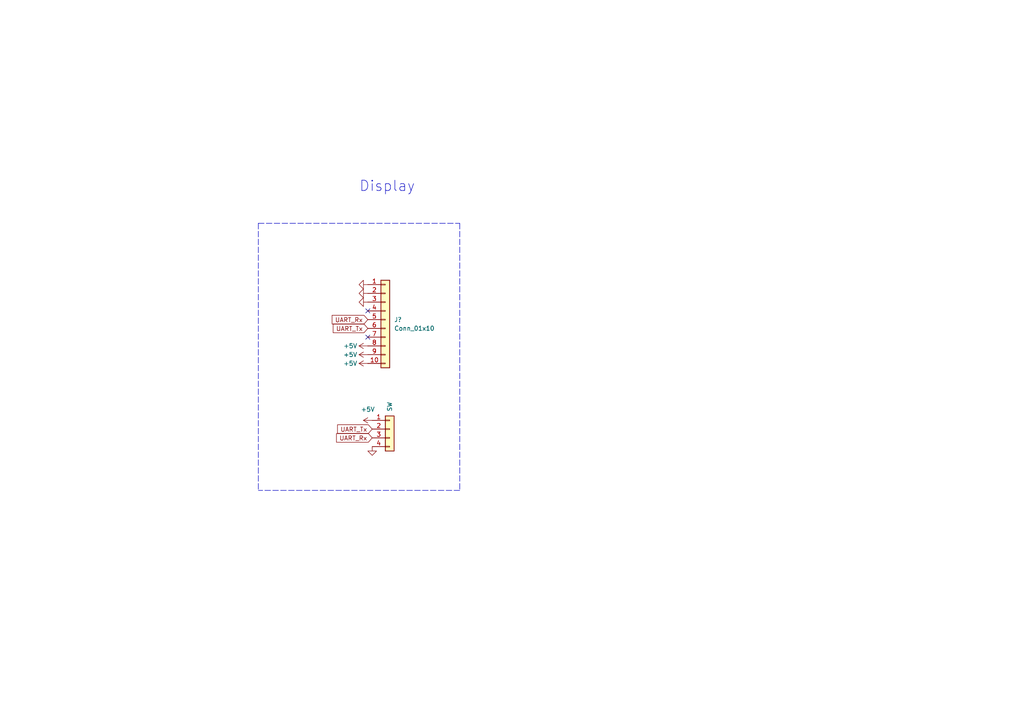
<source format=kicad_sch>
(kicad_sch (version 20211123) (generator eeschema)
  (paper "A4")
  (lib_symbols
    (symbol "Connector_Generic:Conn_01x04" (pin_names (offset 1.016) hide)
      (property "Reference" "J" (at 0 5.08 0))
      (property "Value" "Conn_01x04" (at 0 -7.62 0))
      (symbol "Conn_01x04_1_1"
        (rectangle (start -1.27 -4.953) (end 0 -5.207) (stroke (width 0.1524)))
        (rectangle (start -1.27 -2.413) (end 0 -2.667) (stroke (width 0.1524)))
        (rectangle (start -1.27 0.127) (end 0 -0.127) (stroke (width 0.1524)))
        (rectangle (start -1.27 2.667) (end 0 2.413) (stroke (width 0.1524)))
        (rectangle (start -1.27 3.81) (end 1.27 -6.35) (stroke (width 0.254)) (fill (type background)))
        (pin passive line (at -5.08 2.54 0) (length 3.81) (name "Pin_1") (number "1"))
        (pin passive line (at -5.08 0 0) (length 3.81) (name "Pin_2") (number "2"))
        (pin passive line (at -5.08 -2.54 0) (length 3.81) (name "Pin_3") (number "3"))
        (pin passive line (at -5.08 -5.08 0) (length 3.81) (name "Pin_4") (number "4"))
      )
    )
    (symbol "Connector_Generic:Conn_01x10" (pin_names (offset 1.016) hide)
      (property "Reference" "J" (at 0 12.7 0))
      (property "Value" "Conn_01x10" (at 0 -15.24 0))
      (symbol "Conn_01x10_1_1"
        (rectangle (start -1.27 -12.573) (end 0 -12.827) (stroke (width 0.1524)))
        (rectangle (start -1.27 -10.033) (end 0 -10.287) (stroke (width 0.1524)))
        (rectangle (start -1.27 -7.493) (end 0 -7.747) (stroke (width 0.1524)))
        (rectangle (start -1.27 -4.953) (end 0 -5.207) (stroke (width 0.1524)))
        (rectangle (start -1.27 -2.413) (end 0 -2.667) (stroke (width 0.1524)))
        (rectangle (start -1.27 0.127) (end 0 -0.127) (stroke (width 0.1524)))
        (rectangle (start -1.27 2.667) (end 0 2.413) (stroke (width 0.1524)))
        (rectangle (start -1.27 5.207) (end 0 4.953) (stroke (width 0.1524)))
        (rectangle (start -1.27 7.747) (end 0 7.493) (stroke (width 0.1524)))
        (rectangle (start -1.27 10.287) (end 0 10.033) (stroke (width 0.1524)))
        (rectangle (start -1.27 11.43) (end 1.27 -13.97) (stroke (width 0.254)) (fill (type background)))
        (pin passive line (at -5.08 10.16 0) (length 3.81) (name "Pin_1") (number "1"))
        (pin passive line (at -5.08 -12.7 0) (length 3.81) (name "Pin_10") (number "10"))
        (pin passive line (at -5.08 7.62 0) (length 3.81) (name "Pin_2") (number "2"))
        (pin passive line (at -5.08 5.08 0) (length 3.81) (name "Pin_3") (number "3"))
        (pin passive line (at -5.08 2.54 0) (length 3.81) (name "Pin_4") (number "4"))
        (pin passive line (at -5.08 0 0) (length 3.81) (name "Pin_5") (number "5"))
        (pin passive line (at -5.08 -2.54 0) (length 3.81) (name "Pin_6") (number "6"))
        (pin passive line (at -5.08 -5.08 0) (length 3.81) (name "Pin_7") (number "7"))
        (pin passive line (at -5.08 -7.62 0) (length 3.81) (name "Pin_8") (number "8"))
        (pin passive line (at -5.08 -10.16 0) (length 3.81) (name "Pin_9") (number "9"))
      )
    )
    (symbol "power:+5V" (power) (pin_names (offset 0))
      (property "Value" "+5V" (at 0 3.556 0))
      (symbol "+5V_0_1"
        (polyline (pts (xy -0.762 1.27) (xy 0 2.54)))
        (polyline (pts (xy 0 0) (xy 0 2.54)))
        (polyline (pts (xy 0 2.54) (xy 0.762 1.27)))
      )
      (symbol "+5V_1_1"
        (pin power_in line (at 0 0 90) (length 0) hide (name "+5V") (number "1"))
      )
    )
    (symbol "power:GND" (power) (pin_names (offset 0))
      (property "Value" "GND" (at 0 -3.81 0))
      (symbol "GND_0_1"
        (polyline (pts (xy 0 0) (xy 0 -1.27) (xy 1.27 -1.27) (xy 0 -2.54) (xy -1.27 -1.27) (xy 0 -1.27)))
      )
      (symbol "GND_1_1"
        (pin power_in line (at 0 0 270) (length 0) hide (name "GND") (number "1"))
      )
    )
  )
  (no_connect (at 106.68 97.79))
  (no_connect (at 106.68 90.17))
  (polyline (pts (xy 74.93 64.77) (xy 74.93 142.24)))
  (polyline (pts (xy 74.93 64.77) (xy 133.35 64.77)))
  (polyline (pts (xy 133.35 142.24) (xy 74.93 142.24)))
  (polyline (pts (xy 133.35 64.77) (xy 133.35 142.24)))
  (text "Display" (at 104.14 55.88 0) (effects (font (size 3 3)) (justify left bottom)))
  (global_label "UART_Tx" (shape input) (at 106.68 95.25 180) (property "Intersheet References" "${INTERSHEET_REFS}" (effects hide)))
  (global_label "UART_Tx" (shape input) (at 107.95 124.46 180) (property "Intersheet References" "${INTERSHEET_REFS}" (effects hide)))
  (global_label "UART_Rx" (shape input) (at 107.95 127 180) (property "Intersheet References" "${INTERSHEET_REFS}" (effects hide)))
  (global_label "UART_Rx" (shape input) (at 106.68 92.71 180) (property "Intersheet References" "${INTERSHEET_REFS}" (effects hide)))
  (symbol (lib_id "power:+5V") (at 106.68 100.33 90) (unit 1)
    (property "Reference" "#PWR?" (effects hide))
    (property "Value" "+5V" (at 101.6 100.33 90))
  )
  (symbol (lib_id "power:+5V") (at 106.68 102.87 90) (unit 1)
    (property "Reference" "#PWR?" (effects hide))
    (property "Value" "+5V" (at 101.6 102.87 90))
  )
  (symbol (lib_id "power:GND") (at 107.95 129.54 0) (unit 1)
    (property "Reference" "#PWR?" (effects hide))
    (property "Value" "GND" (effects hide))
  )
  (symbol (lib_id "power:GND") (at 106.68 87.63 270) (unit 1)
    (property "Reference" "#PWR?" (effects hide))
    (property "Value" "GND" (effects hide))
  )
  (symbol (lib_id "power:GND") (at 106.68 82.55 270) (unit 1)
    (property "Reference" "#PWR?" (effects hide))
    (property "Value" "GND" (effects hide))
  )
  (symbol (lib_id "power:+5V") (at 106.68 105.41 90) (unit 1)
    (property "Reference" "#PWR?" (effects hide))
    (property "Value" "+5V" (at 101.6 105.41 90))
  )
  (symbol (lib_id "Connector_Generic:Conn_01x10") (at 111.76 92.71 0) (unit 1)
    (property "Reference" "J?" (at 114.3 92.7099 0) (effects (justify left)))
    (property "Value" "Conn_01x10" (at 114.3 95.2499 0) (effects (justify left)))
  )
  (symbol (lib_id "power:+5V") (at 107.95 121.92 90) (unit 1)
    (property "Reference" "#PWR?" (effects hide))
    (property "Value" "+5V" (at 106.68 118.745 90))
  )
  (symbol (lib_id "power:GND") (at 106.68 85.09 270) (unit 1)
    (property "Reference" "#PWR?" (effects hide))
    (property "Value" "GND" (effects hide))
  )
  (symbol (lib_id "Connector_Generic:Conn_01x04") (at 113.03 124.46 0) (unit 1)
    (property "Reference" "J?" (effects hide))
    (property "Value" "SW" (at 113.03 119.38 90) (effects (justify left)))
    (property "Footprint" "Connector_PinHeader_1.27mm:PinHeader_1x04_P1.27mm_Vertical" (effects hide))
  )
)
</source>
